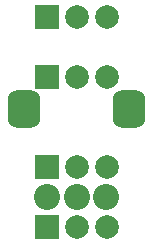
<source format=gbs>
G04 Layer_Color=16711935*
%FSTAX24Y24*%
%MOIN*%
G70*
G01*
G75*
%ADD17C,0.0789*%
%ADD18R,0.0789X0.0789*%
%ADD19C,0.0867*%
G04:AMPARAMS|DCode=20|XSize=106.4mil|YSize=126.1mil|CornerRadius=28.6mil|HoleSize=0mil|Usage=FLASHONLY|Rotation=0.000|XOffset=0mil|YOffset=0mil|HoleType=Round|Shape=RoundedRectangle|*
%AMROUNDEDRECTD20*
21,1,0.1064,0.0689,0,0,0.0*
21,1,0.0492,0.1261,0,0,0.0*
1,1,0.0572,0.0246,-0.0344*
1,1,0.0572,-0.0246,-0.0344*
1,1,0.0572,-0.0246,0.0344*
1,1,0.0572,0.0246,0.0344*
%
%ADD20ROUNDEDRECTD20*%
D17*
X027Y024D02*
D03*
X026D02*
D03*
X027Y026D02*
D03*
X026D02*
D03*
X027Y019D02*
D03*
X026D02*
D03*
X027Y021D02*
D03*
X026D02*
D03*
D18*
X025Y024D02*
D03*
Y026D02*
D03*
Y019D02*
D03*
Y021D02*
D03*
D19*
X025016Y02D02*
D03*
X026D02*
D03*
X026984D02*
D03*
D20*
X024248Y022953D02*
D03*
X027752D02*
D03*
M02*

</source>
